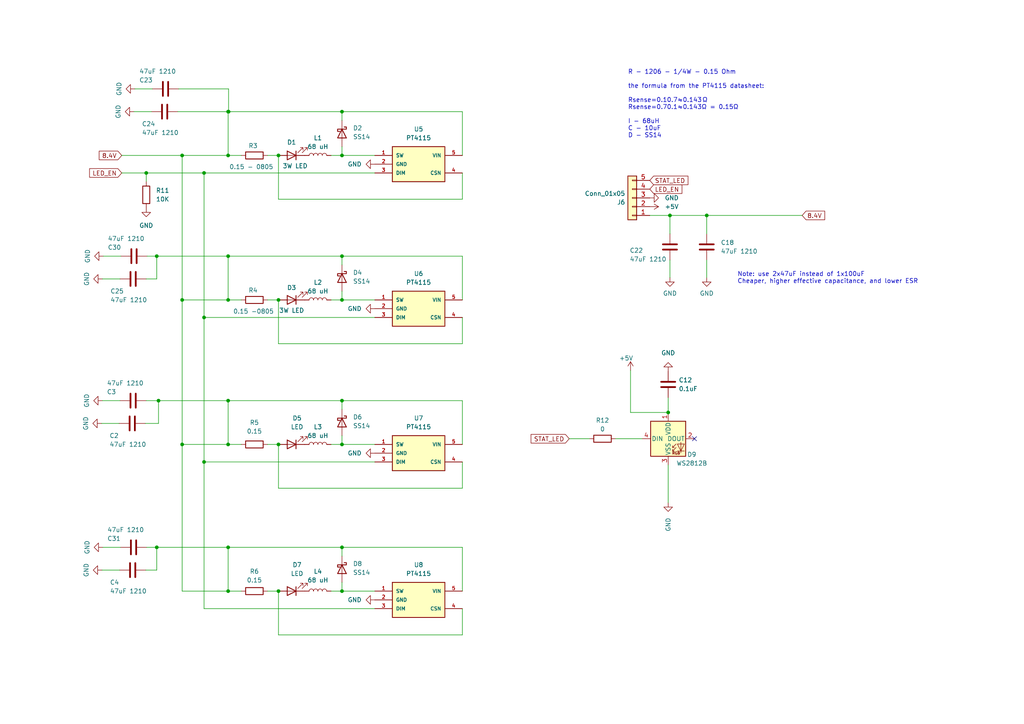
<source format=kicad_sch>
(kicad_sch (version 20230121) (generator eeschema)
  (paper "A4")
  (lib_symbols
    (symbol "+5V_1" (power) (pin_names (offset 0))
      (property "Value" "+5V_1" (at 0 3.556 0))
      (symbol "+5V_1_0_1"
        (polyline (pts (xy -0.762 1.27) (xy 0 2.54)))
        (polyline (pts (xy 0 0) (xy 0 2.54)))
        (polyline (pts (xy 0 2.54) (xy 0.762 1.27)))
      )
      (symbol "+5V_1_1_1"
        (pin power_in line (at 0 0 90) (length 0) hide (name "+5V") (number "1"))
      )
    )
    (symbol "Connector_Generic:Conn_01x05" (pin_names (offset 1.016) hide)
      (property "Reference" "J" (at 0 7.62 0))
      (property "Value" "Conn_01x05" (at 0 -7.62 0))
      (symbol "Conn_01x05_1_1"
        (rectangle (start -1.27 -4.953) (end 0 -5.207) (stroke (width 0.1524)))
        (rectangle (start -1.27 -2.413) (end 0 -2.667) (stroke (width 0.1524)))
        (rectangle (start -1.27 0.127) (end 0 -0.127) (stroke (width 0.1524)))
        (rectangle (start -1.27 2.667) (end 0 2.413) (stroke (width 0.1524)))
        (rectangle (start -1.27 5.207) (end 0 4.953) (stroke (width 0.1524)))
        (rectangle (start -1.27 6.35) (end 1.27 -6.35) (stroke (width 0.254)) (fill (type background)))
        (pin passive line (at -5.08 5.08 0) (length 3.81) (name "Pin_1") (number "1"))
        (pin passive line (at -5.08 2.54 0) (length 3.81) (name "Pin_2") (number "2"))
        (pin passive line (at -5.08 0 0) (length 3.81) (name "Pin_3") (number "3"))
        (pin passive line (at -5.08 -2.54 0) (length 3.81) (name "Pin_4") (number "4"))
        (pin passive line (at -5.08 -5.08 0) (length 3.81) (name "Pin_5") (number "5"))
      )
    )
    (symbol "Device:C" (pin_numbers hide) (pin_names (offset 0.254))
      (property "Reference" "C" (at 0.635 2.54 0))
      (property "Value" "C" (at 0.635 -2.54 0))
      (symbol "C_0_1"
        (polyline (pts (xy -2.032 -0.762) (xy 2.032 -0.762)) (stroke (width 0.508)))
        (polyline (pts (xy -2.032 0.762) (xy 2.032 0.762)) (stroke (width 0.508)))
      )
      (symbol "C_1_1"
        (pin passive line (at 0 3.81 270) (length 2.794) (name "~") (number "1"))
        (pin passive line (at 0 -3.81 90) (length 2.794) (name "~") (number "2"))
      )
    )
    (symbol "Device:D_Schottky" (pin_numbers hide) (pin_names (offset 1.016) hide)
      (property "Reference" "D" (at 0 2.54 0))
      (property "Value" "D_Schottky" (at 0 -2.54 0))
      (symbol "D_Schottky_0_1"
        (polyline (pts (xy 1.27 0) (xy -1.27 0)))
        (polyline (pts (xy 1.27 1.27) (xy 1.27 -1.27) (xy -1.27 0) (xy 1.27 1.27)) (stroke (width 0.254)))
        (polyline (pts (xy -1.905 0.635) (xy -1.905 1.27) (xy -1.27 1.27) (xy -1.27 -1.27) (xy -0.635 -1.27) (xy -0.635 -0.635)) (stroke (width 0.254)))
      )
      (symbol "D_Schottky_1_1"
        (pin passive line (at -3.81 0 0) (length 2.54) (name "K") (number "1"))
        (pin passive line (at 3.81 0 180) (length 2.54) (name "A") (number "2"))
      )
    )
    (symbol "Device:L" (pin_numbers hide) (pin_names (offset 1.016) hide)
      (property "Reference" "L" (at -1.27 0 90))
      (property "Value" "L" (at 1.905 0 90))
      (symbol "L_0_1"
        (arc (start 0 -2.54) (mid 0.6323 -1.905) (end 0 -1.27))
        (arc (start 0 -1.27) (mid 0.6323 -0.635) (end 0 0))
        (arc (start 0 0) (mid 0.6323 0.635) (end 0 1.27))
        (arc (start 0 1.27) (mid 0.6323 1.905) (end 0 2.54))
      )
      (symbol "L_1_1"
        (pin passive line (at 0 3.81 270) (length 1.27) (name "1") (number "1"))
        (pin passive line (at 0 -3.81 90) (length 1.27) (name "2") (number "2"))
      )
    )
    (symbol "Device:LED" (pin_numbers hide) (pin_names (offset 1.016) hide)
      (property "Reference" "D" (at 0 2.54 0))
      (property "Value" "LED" (at 0 -2.54 0))
      (symbol "LED_0_1"
        (polyline (pts (xy -1.27 -1.27) (xy -1.27 1.27)) (stroke (width 0.254)))
        (polyline (pts (xy -1.27 0) (xy 1.27 0)))
        (polyline (pts (xy 1.27 -1.27) (xy 1.27 1.27) (xy -1.27 0) (xy 1.27 -1.27)) (stroke (width 0.254)))
        (polyline (pts (xy -3.048 -0.762) (xy -4.572 -2.286) (xy -3.81 -2.286) (xy -4.572 -2.286) (xy -4.572 -1.524)))
        (polyline (pts (xy -1.778 -0.762) (xy -3.302 -2.286) (xy -2.54 -2.286) (xy -3.302 -2.286) (xy -3.302 -1.524)))
      )
      (symbol "LED_1_1"
        (pin passive line (at -3.81 0 0) (length 2.54) (name "K") (number "1"))
        (pin passive line (at 3.81 0 180) (length 2.54) (name "A") (number "2"))
      )
    )
    (symbol "Device:R" (pin_numbers hide) (pin_names (offset 0))
      (property "Reference" "R" (at 2.032 0 90))
      (property "Value" "R" (at 0 0 90))
      (symbol "R_0_1"
        (rectangle (start -1.016 -2.54) (end 1.016 2.54) (stroke (width 0.254)))
      )
      (symbol "R_1_1"
        (pin passive line (at 0 3.81 270) (length 1.27) (name "~") (number "1"))
        (pin passive line (at 0 -3.81 90) (length 1.27) (name "~") (number "2"))
      )
    )
    (symbol "LED:WS2812B" (pin_names (offset 0.254))
      (property "Reference" "D" (at 5.08 5.715 0))
      (property "Value" "WS2812B" (at 1.27 -5.715 0))
      (symbol "WS2812B_0_0"
        (text "RGB" (at 2.286 -4.191 0) (effects (font (size 0.762 0.762))))
      )
      (symbol "WS2812B_0_1"
        (polyline (pts (xy 1.27 -3.556) (xy 1.778 -3.556)))
        (polyline (pts (xy 1.27 -2.54) (xy 1.778 -2.54)))
        (polyline (pts (xy 4.699 -3.556) (xy 2.667 -3.556)))
        (polyline (pts (xy 2.286 -2.54) (xy 1.27 -3.556) (xy 1.27 -3.048)))
        (polyline (pts (xy 2.286 -1.524) (xy 1.27 -2.54) (xy 1.27 -2.032)))
        (polyline (pts (xy 3.683 -1.016) (xy 3.683 -3.556) (xy 3.683 -4.064)))
        (polyline (pts (xy 4.699 -1.524) (xy 2.667 -1.524) (xy 3.683 -3.556) (xy 4.699 -1.524)))
        (rectangle (start 5.08 5.08) (end -5.08 -5.08) (stroke (width 0.254)) (fill (type background)))
      )
      (symbol "WS2812B_1_1"
        (pin power_in line (at 0 7.62 270) (length 2.54) (name "VDD") (number "1"))
        (pin output line (at 7.62 0 180) (length 2.54) (name "DOUT") (number "2"))
        (pin power_in line (at 0 -7.62 90) (length 2.54) (name "VSS") (number "3"))
        (pin input line (at -7.62 0 0) (length 2.54) (name "DIN") (number "4"))
      )
    )
    (symbol "PT4115:PT4115" (pin_names (offset 1.016))
      (property "Reference" "U" (at 0 0 0))
      (property "Value" "PT4115" (at 0 0 0))
      (symbol "PT4115_0_0"
        (rectangle (start -7.62 -5.08) (end 7.62 5.08) (stroke (width 0.254)) (fill (type background)))
        (pin bidirectional line (at -12.7 2.54 0) (length 5.08) (name "SW") (number "1"))
        (pin bidirectional line (at -12.7 0 0) (length 5.08) (name "GND") (number "2"))
        (pin bidirectional line (at -12.7 -2.54 0) (length 5.08) (name "DIM") (number "3"))
        (pin bidirectional line (at 12.7 -2.54 180) (length 5.08) (name "CSN") (number "4"))
        (pin bidirectional line (at 12.7 2.54 180) (length 5.08) (name "VIN") (number "5"))
      )
    )
    (symbol "power:+5V" (power) (pin_names (offset 0))
      (property "Value" "+5V" (at 0 3.556 0))
      (symbol "+5V_0_1"
        (polyline (pts (xy -0.762 1.27) (xy 0 2.54)))
        (polyline (pts (xy 0 0) (xy 0 2.54)))
        (polyline (pts (xy 0 2.54) (xy 0.762 1.27)))
      )
      (symbol "+5V_1_1"
        (pin power_in line (at 0 0 90) (length 0) hide (name "+5V") (number "1"))
      )
    )
    (symbol "power:GND" (power) (pin_names (offset 0))
      (property "Value" "GND" (at 0 -3.81 0))
      (symbol "GND_0_1"
        (polyline (pts (xy 0 0) (xy 0 -1.27) (xy 1.27 -1.27) (xy 0 -2.54) (xy -1.27 -1.27) (xy 0 -1.27)))
      )
      (symbol "GND_1_1"
        (pin power_in line (at 0 0 270) (length 0) hide (name "GND") (number "1"))
      )
    )
  )
  (junction (at 80.772 45.085))
  (junction (at 80.772 128.905))
  (junction (at 193.802 119.634))
  (junction (at 66.167 45.085))
  (junction (at 66.167 86.995))
  (junction (at 99.187 128.905))
  (junction (at 99.187 45.085))
  (junction (at 66.167 171.45))
  (junction (at 45.466 158.75))
  (junction (at 66.167 116.205))
  (junction (at 80.772 86.995))
  (junction (at 59.182 133.985))
  (junction (at 66.294 32.385))
  (junction (at 99.187 158.75))
  (junction (at 99.187 116.205))
  (junction (at 194.31 62.484))
  (junction (at 59.182 92.075))
  (junction (at 45.466 74.295))
  (junction (at 99.187 86.995))
  (junction (at 59.182 50.165))
  (junction (at 204.978 62.484))
  (junction (at 45.974 116.205))
  (junction (at 99.187 32.385))
  (junction (at 42.418 50.165))
  (junction (at 99.187 74.295))
  (junction (at 66.167 32.385))
  (junction (at 52.832 45.085))
  (junction (at 52.832 86.995))
  (junction (at 66.167 158.75))
  (junction (at 99.187 171.45))
  (junction (at 80.772 171.45))
  (junction (at 66.167 74.295))
  (junction (at 66.167 128.905))
  (junction (at 52.832 128.905))
  (no_connect (at 201.422 127.254))
  (wire (pts (xy 188.468 62.484) (xy 194.31 62.484)))
  (wire (pts (xy 66.167 32.385) (xy 66.294 32.385)))
  (wire (pts (xy 29.718 80.899) (xy 34.798 80.899)))
  (wire (pts (xy 165.1 127.254) (xy 170.942 127.254)))
  (wire (pts (xy 35.306 45.085) (xy 52.832 45.085)))
  (wire (pts (xy 77.597 86.995) (xy 80.772 86.995)))
  (wire (pts (xy 108.712 176.53) (xy 59.182 176.53)))
  (wire (pts (xy 134.112 74.295) (xy 134.112 86.995)))
  (wire (pts (xy 80.772 99.695) (xy 134.112 99.695)))
  (wire (pts (xy 45.974 122.809) (xy 45.974 116.205)))
  (wire (pts (xy 99.187 171.45) (xy 108.712 171.45)))
  (wire (pts (xy 59.182 176.53) (xy 59.182 133.985)))
  (wire (pts (xy 96.012 86.995) (xy 99.187 86.995)))
  (wire (pts (xy 66.167 74.295) (xy 99.187 74.295)))
  (wire (pts (xy 52.832 171.45) (xy 66.167 171.45)))
  (wire (pts (xy 42.418 116.205) (xy 45.974 116.205)))
  (wire (pts (xy 66.294 25.781) (xy 66.294 32.385)))
  (wire (pts (xy 29.464 122.809) (xy 34.544 122.809)))
  (wire (pts (xy 77.597 171.45) (xy 80.772 171.45)))
  (wire (pts (xy 80.772 86.995) (xy 80.772 99.695)))
  (wire (pts (xy 80.772 184.15) (xy 134.112 184.15)))
  (wire (pts (xy 45.466 80.899) (xy 45.466 74.295)))
  (wire (pts (xy 66.167 158.75) (xy 99.187 158.75)))
  (wire (pts (xy 42.418 50.165) (xy 59.182 50.165)))
  (wire (pts (xy 80.772 171.45) (xy 80.772 184.15)))
  (wire (pts (xy 42.418 80.899) (xy 45.466 80.899)))
  (wire (pts (xy 45.974 116.205) (xy 66.167 116.205)))
  (wire (pts (xy 99.187 168.91) (xy 99.187 171.45)))
  (wire (pts (xy 134.112 99.695) (xy 134.112 92.075)))
  (wire (pts (xy 99.187 128.905) (xy 108.712 128.905)))
  (wire (pts (xy 52.832 86.995) (xy 52.832 128.905)))
  (wire (pts (xy 52.832 128.905) (xy 66.167 128.905)))
  (wire (pts (xy 29.972 74.295) (xy 35.052 74.295)))
  (wire (pts (xy 42.545 158.75) (xy 45.466 158.75)))
  (wire (pts (xy 51.562 32.385) (xy 66.167 32.385)))
  (wire (pts (xy 96.012 128.905) (xy 99.187 128.905)))
  (wire (pts (xy 99.187 32.385) (xy 99.187 34.925)))
  (wire (pts (xy 77.597 45.085) (xy 80.772 45.085)))
  (wire (pts (xy 29.591 165.354) (xy 34.671 165.354)))
  (wire (pts (xy 182.88 119.634) (xy 193.802 119.634)))
  (wire (pts (xy 99.187 158.75) (xy 99.187 161.29)))
  (wire (pts (xy 194.31 80.518) (xy 194.31 75.438)))
  (wire (pts (xy 134.112 184.15) (xy 134.112 176.53)))
  (wire (pts (xy 99.187 42.545) (xy 99.187 45.085)))
  (wire (pts (xy 66.167 158.75) (xy 66.167 171.45)))
  (wire (pts (xy 59.182 92.075) (xy 59.182 133.985)))
  (wire (pts (xy 66.167 45.085) (xy 69.977 45.085)))
  (wire (pts (xy 29.845 158.75) (xy 34.925 158.75)))
  (wire (pts (xy 204.978 62.484) (xy 232.664 62.484)))
  (wire (pts (xy 42.418 52.705) (xy 42.418 50.165)))
  (wire (pts (xy 42.672 74.295) (xy 45.466 74.295)))
  (wire (pts (xy 108.712 92.075) (xy 59.182 92.075)))
  (wire (pts (xy 99.187 126.365) (xy 99.187 128.905)))
  (wire (pts (xy 52.832 128.905) (xy 52.832 171.45)))
  (wire (pts (xy 66.167 32.385) (xy 66.167 45.085)))
  (wire (pts (xy 45.466 74.295) (xy 66.167 74.295)))
  (wire (pts (xy 99.187 32.385) (xy 134.112 32.385)))
  (wire (pts (xy 134.112 32.385) (xy 134.112 45.085)))
  (wire (pts (xy 134.112 141.605) (xy 134.112 133.985)))
  (wire (pts (xy 193.802 134.874) (xy 193.802 145.796)))
  (wire (pts (xy 134.112 158.75) (xy 134.112 171.45)))
  (wire (pts (xy 39.116 25.781) (xy 44.196 25.781)))
  (wire (pts (xy 59.182 50.165) (xy 108.712 50.165)))
  (wire (pts (xy 66.167 86.995) (xy 52.832 86.995)))
  (wire (pts (xy 193.802 115.316) (xy 193.802 119.634)))
  (wire (pts (xy 96.012 171.45) (xy 99.187 171.45)))
  (wire (pts (xy 178.562 127.254) (xy 186.182 127.254)))
  (wire (pts (xy 77.597 128.905) (xy 80.772 128.905)))
  (wire (pts (xy 204.978 80.518) (xy 204.978 75.438)))
  (wire (pts (xy 99.187 116.205) (xy 99.187 118.745)))
  (wire (pts (xy 45.466 165.354) (xy 45.466 158.75)))
  (wire (pts (xy 66.167 86.995) (xy 69.977 86.995)))
  (wire (pts (xy 80.772 141.605) (xy 134.112 141.605)))
  (wire (pts (xy 66.167 116.205) (xy 66.167 128.905)))
  (wire (pts (xy 35.306 50.165) (xy 42.418 50.165)))
  (wire (pts (xy 42.291 165.354) (xy 45.466 165.354)))
  (wire (pts (xy 52.832 86.995) (xy 52.832 45.085)))
  (wire (pts (xy 134.112 116.205) (xy 134.112 128.905)))
  (wire (pts (xy 29.718 116.205) (xy 34.798 116.205)))
  (wire (pts (xy 96.012 45.085) (xy 99.187 45.085)))
  (wire (pts (xy 66.167 116.205) (xy 99.187 116.205)))
  (wire (pts (xy 38.862 32.385) (xy 43.942 32.385)))
  (wire (pts (xy 204.978 62.484) (xy 204.978 67.818)))
  (wire (pts (xy 99.187 84.455) (xy 99.187 86.995)))
  (wire (pts (xy 99.187 116.205) (xy 134.112 116.205)))
  (wire (pts (xy 80.772 57.785) (xy 134.112 57.785)))
  (wire (pts (xy 80.772 128.905) (xy 80.772 141.605)))
  (wire (pts (xy 134.112 57.785) (xy 134.112 50.165)))
  (wire (pts (xy 59.182 92.075) (xy 59.182 50.165)))
  (wire (pts (xy 52.832 45.085) (xy 66.167 45.085)))
  (wire (pts (xy 99.187 158.75) (xy 134.112 158.75)))
  (wire (pts (xy 66.167 171.45) (xy 69.977 171.45)))
  (wire (pts (xy 66.167 74.295) (xy 66.167 86.995)))
  (wire (pts (xy 51.816 25.781) (xy 66.294 25.781)))
  (wire (pts (xy 80.772 45.085) (xy 80.772 57.785)))
  (wire (pts (xy 42.164 122.809) (xy 45.974 122.809)))
  (wire (pts (xy 182.88 107.442) (xy 182.88 119.634)))
  (wire (pts (xy 99.187 86.995) (xy 108.712 86.995)))
  (wire (pts (xy 99.187 74.295) (xy 99.187 76.835)))
  (wire (pts (xy 59.182 133.985) (xy 108.712 133.985)))
  (wire (pts (xy 66.294 32.385) (xy 99.187 32.385)))
  (wire (pts (xy 45.466 158.75) (xy 66.167 158.75)))
  (wire (pts (xy 66.167 128.905) (xy 69.977 128.905)))
  (wire (pts (xy 194.31 62.484) (xy 194.31 67.818)))
  (wire (pts (xy 194.31 62.484) (xy 204.978 62.484)))
  (wire (pts (xy 99.187 74.295) (xy 134.112 74.295)))
  (wire (pts (xy 99.187 45.085) (xy 108.712 45.085)))
  (text "R - 1206 - 1/4W - 0.15 Ohm\n\nthe formula from the PT4115 datasheet:\n\nRsense=0.10.7≈0.143 Ω\nRsense​=0.70.1​≈0.143Ω = 0.15Ω\n\nI - 68uH\nC - 10uF\nD - SS14\n" (at 182.118 40.132 0) (effects (font (size 1.27 1.27)) (justify left bottom)))
  (text "Note: use 2x47uF instead of 1x100uF\nCheaper, higher effective capacitance, and lower ESR\n" (at 213.868 82.423 0) (effects (font (size 1.27 1.27)) (justify left bottom)))
  (global_label "8.4V" (shape input) (at 232.664 62.484 0) (property "Intersheetrefs" "${INTERSHEET_REFS}" (effects hide)))
  (global_label "LED_EN" (shape input) (at 188.468 54.864 0) (property "Intersheetrefs" "${INTERSHEET_REFS}" (effects hide)))
  (global_label "8.4V" (shape input) (at 35.306 45.085 180) (property "Intersheetrefs" "${INTERSHEET_REFS}" (effects hide)))
  (global_label "STAT_LED" (shape input) (at 188.468 52.324 0) (property "Intersheetrefs" "${INTERSHEET_REFS}" (effects hide)))
  (global_label "STAT_LED" (shape input) (at 165.1 127.254 180) (property "Intersheetrefs" "${INTERSHEET_REFS}" (effects hide)))
  (global_label "LED_EN" (shape input) (at 35.306 50.165 180) (property "Intersheetrefs" "${INTERSHEET_REFS}" (effects hide)))
  (symbol (lib_id "Device:L") (at 92.202 86.995 90) (unit 1)
    (property "Reference" "L2" (at 92.202 81.915 90))
    (property "Value" "68 uH" (at 92.202 84.455 90))
    (property "Footprint" "Inductor - DR74 68uH:DR74" (effects hide))
  )
  (symbol (lib_id "Device:C") (at 38.481 165.354 270) (unit 1)
    (property "Reference" "C4" (at 31.877 168.91 90) (effects (justify left)))
    (property "Value" "47uF 1210" (at 31.877 171.45 90) (effects (justify left)))
    (property "Footprint" "Resistor_SMD:R_1210_3225Metric_Pad1.30x2.65mm_HandSolder" (effects hide))
  )
  (symbol (lib_id "Device:C") (at 38.608 116.205 270) (unit 1)
    (property "Reference" "C3" (at 30.988 113.665 90) (effects (justify left)))
    (property "Value" "47uF 1210" (at 30.988 111.125 90) (effects (justify left)))
    (property "Footprint" "Resistor_SMD:R_1210_3225Metric_Pad1.30x2.65mm_HandSolder" (effects hide))
  )
  (symbol (lib_id "power:GND") (at 29.464 122.809 270) (unit 1)
    (property "Reference" "#PWR09" (effects hide))
    (property "Value" "GND" (at 24.892 122.809 0))
  )
  (symbol (lib_id "power:GND") (at 193.802 107.696 180) (unit 1)
    (property "Reference" "#PWR032" (effects hide))
    (property "Value" "GND" (at 193.802 102.362 0))
  )
  (symbol (lib_id "Device:D_Schottky") (at 99.187 122.555 270) (unit 1)
    (property "Reference" "D6" (at 102.362 120.9675 90) (effects (justify left)))
    (property "Value" "SS14" (at 102.362 123.5075 90) (effects (justify left)))
    (property "Footprint" "Diode_SMD:D_SMA-SMB_Universal_Handsoldering" (effects hide))
  )
  (symbol (lib_id "power:GND") (at 39.116 25.781 270) (unit 1)
    (property "Reference" "#PWR035" (effects hide))
    (property "Value" "GND" (at 34.544 25.781 0))
  )
  (symbol (lib_id "power:GND") (at 108.712 47.625 270) (unit 1)
    (property "Reference" "#PWR08" (effects hide))
    (property "Value" "GND" (at 104.902 47.625 90) (effects (justify right)))
  )
  (symbol (lib_id "power:GND") (at 29.972 74.295 270) (unit 1)
    (property "Reference" "#PWR068" (effects hide))
    (property "Value" "GND" (at 25.4 74.295 0))
  )
  (symbol (lib_id "Device:D_Schottky") (at 99.187 38.735 270) (unit 1)
    (property "Reference" "D2" (at 102.362 37.1475 90) (effects (justify left)))
    (property "Value" "SS14" (at 102.362 39.6875 90) (effects (justify left)))
    (property "Footprint" "Diode_SMD:D_SMA-SMB_Universal_Handsoldering" (effects hide))
  )
  (symbol (lib_id "power:GND") (at 29.718 80.899 270) (unit 1)
    (property "Reference" "#PWR058" (effects hide))
    (property "Value" "GND" (at 25.146 80.899 0))
  )
  (symbol (lib_id "Device:LED") (at 84.582 128.905 180) (unit 1)
    (property "Reference" "D5" (at 86.1695 121.285 0))
    (property "Value" "LED" (at 86.1695 123.825 0))
    (property "Footprint" "LEDs:BEAD-3W-W-120-04" (effects hide))
  )
  (symbol (lib_id "PT4115:PT4115") (at 121.412 47.625 0) (unit 1)
    (property "Reference" "U5" (at 121.412 37.465 0))
    (property "Value" "PT4115" (at 121.412 40.005 0))
    (property "Footprint" "PT4115:SOT-89-5" (effects hide))
    (property "MF" "Pulse" (effects hide))
    (property "Description" "\n                        \n                            \n                        \n" (effects hide))
    (property "Package" "None" (effects hide))
    (property "Price" "None" (effects hide))
    (property "SnapEDA_Link" "https://www.snapeda.com/parts/PT4115/Pulse/view-part/?ref=snap" (effects hide))
    (property "MP" "PT4115" (effects hide))
    (property "Availability" "Not in stock" (effects hide))
    (property "Check_prices" "https://www.snapeda.com/parts/PT4115/Pulse/view-part/?ref=eda" (effects hide))
  )
  (symbol (lib_id "Device:LED") (at 84.582 171.45 180) (unit 1)
    (property "Reference" "D7" (at 86.1695 163.83 0))
    (property "Value" "LED" (at 86.1695 166.37 0))
    (property "Footprint" "LEDs:BEAD-3W-W-120-04" (effects hide))
  )
  (symbol (lib_id "power:GND") (at 108.712 131.445 270) (unit 1)
    (property "Reference" "#PWR013" (effects hide))
    (property "Value" "GND" (at 104.902 131.445 90) (effects (justify right)))
  )
  (symbol (lib_id "Device:C") (at 194.31 71.628 0) (unit 1)
    (property "Reference" "C22" (at 182.626 72.644 0) (effects (justify left)))
    (property "Value" "47uF 1210" (at 182.626 75.184 0) (effects (justify left)))
    (property "Footprint" "Resistor_SMD:R_1210_3225Metric_Pad1.30x2.65mm_HandSolder" (effects hide))
  )
  (symbol (lib_id "Device:R") (at 174.752 127.254 90) (unit 1)
    (property "Reference" "R12" (at 174.752 121.92 90))
    (property "Value" "0" (at 174.752 124.46 90))
    (property "Footprint" "Resistor_SMD:R_0603_1608Metric_Pad0.98x0.95mm_HandSolder" (effects hide))
  )
  (symbol (lib_id "Device:R") (at 42.418 56.515 0) (unit 1)
    (property "Reference" "R11" (at 45.212 55.245 0) (effects (justify left)))
    (property "Value" "10K" (at 45.212 57.785 0) (effects (justify left)))
    (property "Footprint" "Resistor_SMD:R_0603_1608Metric_Pad0.98x0.95mm_HandSolder" (effects hide))
  )
  (symbol (lib_id "Device:C") (at 38.735 158.75 270) (unit 1)
    (property "Reference" "C31" (at 31.115 156.21 90) (effects (justify left)))
    (property "Value" "47uF 1210" (at 31.115 153.67 90) (effects (justify left)))
    (property "Footprint" "Resistor_SMD:R_1210_3225Metric_Pad1.30x2.65mm_HandSolder" (effects hide))
  )
  (symbol (lib_id "Device:C") (at 38.608 80.899 270) (unit 1)
    (property "Reference" "C25" (at 32.004 84.455 90) (effects (justify left)))
    (property "Value" "47uF 1210" (at 32.004 86.995 90) (effects (justify left)))
    (property "Footprint" "Resistor_SMD:R_1210_3225Metric_Pad1.30x2.65mm_HandSolder" (effects hide))
  )
  (symbol (lib_id "Device:C") (at 38.354 122.809 270) (unit 1)
    (property "Reference" "C2" (at 31.75 126.365 90) (effects (justify left)))
    (property "Value" "47uF 1210" (at 31.75 128.905 90) (effects (justify left)))
    (property "Footprint" "Resistor_SMD:R_1210_3225Metric_Pad1.30x2.65mm_HandSolder" (effects hide))
  )
  (symbol (lib_id "Device:LED") (at 84.582 86.995 180) (unit 1)
    (property "Reference" "D3" (at 84.582 83.439 0))
    (property "Value" "3W LED" (at 84.582 90.043 0))
    (property "Footprint" "LEDs:BEAD-3W-W-120-04" (effects hide))
  )
  (symbol (lib_id "power:GND") (at 108.712 173.99 270) (unit 1)
    (property "Reference" "#PWR015" (effects hide))
    (property "Value" "GND" (at 104.902 173.99 90) (effects (justify right)))
  )
  (symbol (lib_id "Device:L") (at 92.202 171.45 90) (unit 1)
    (property "Reference" "L4" (at 92.202 165.735 90))
    (property "Value" "68 uH" (at 92.202 168.275 90))
    (property "Footprint" "Inductor - DR74 68uH:DR74" (effects hide))
  )
  (symbol (lib_id "Device:R") (at 73.787 171.45 90) (unit 1)
    (property "Reference" "R6" (at 73.787 165.735 90))
    (property "Value" "0.15" (at 73.787 168.275 90))
    (property "Footprint" "Resistor_SMD:R_0805_2012Metric_Pad1.20x1.40mm_HandSolder" (effects hide))
  )
  (symbol (lib_id "power:GND") (at 29.591 165.354 270) (unit 1)
    (property "Reference" "#PWR012" (effects hide))
    (property "Value" "GND" (at 25.019 165.354 0))
  )
  (symbol (lib_id "Device:C") (at 204.978 71.628 0) (unit 1)
    (property "Reference" "C18" (at 209.042 70.358 0) (effects (justify left)))
    (property "Value" "47uF 1210" (at 209.042 72.898 0) (effects (justify left)))
    (property "Footprint" "Resistor_SMD:R_1210_3225Metric_Pad1.30x2.65mm_HandSolder" (effects hide))
  )
  (symbol (lib_id "PT4115:PT4115") (at 121.412 89.535 0) (unit 1)
    (property "Reference" "U6" (at 121.412 79.375 0))
    (property "Value" "PT4115" (at 121.412 81.915 0))
    (property "Footprint" "PT4115:SOT-89-5" (effects hide))
    (property "MF" "Pulse" (effects hide))
    (property "Description" "\n                        \n                            \n                        \n" (effects hide))
    (property "Package" "None" (effects hide))
    (property "Price" "None" (effects hide))
    (property "SnapEDA_Link" "https://www.snapeda.com/parts/PT4115/Pulse/view-part/?ref=snap" (effects hide))
    (property "MP" "PT4115" (effects hide))
    (property "Availability" "Not in stock" (effects hide))
    (property "Check_prices" "https://www.snapeda.com/parts/PT4115/Pulse/view-part/?ref=eda" (effects hide))
  )
  (symbol (lib_id "power:GND") (at 204.978 80.518 0) (unit 1)
    (property "Reference" "#PWR033" (effects hide))
    (property "Value" "GND" (at 204.978 85.09 0))
  )
  (symbol (lib_id "power:GND") (at 38.862 32.385 270) (unit 1)
    (property "Reference" "#PWR036" (effects hide))
    (property "Value" "GND" (at 34.29 32.385 0))
  )
  (symbol (lib_id "power:GND") (at 188.468 57.404 90) (unit 1)
    (property "Reference" "#PWR067" (effects hide))
    (property "Value" "GND" (at 192.786 57.404 90) (effects (justify right)))
  )
  (symbol (lib_id "power:GND") (at 42.418 60.325 0) (unit 1)
    (property "Reference" "#PWR026" (effects hide))
    (property "Value" "GND" (at 42.418 65.405 0))
  )
  (symbol (lib_id "power:GND") (at 29.718 116.205 270) (unit 1)
    (property "Reference" "#PWR010" (effects hide))
    (property "Value" "GND" (at 25.146 116.205 0))
  )
  (symbol (lib_id "Device:C") (at 47.752 32.385 270) (unit 1)
    (property "Reference" "C24" (at 41.148 35.941 90) (effects (justify left)))
    (property "Value" "47uF 1210" (at 41.148 38.481 90) (effects (justify left)))
    (property "Footprint" "Resistor_SMD:R_1210_3225Metric_Pad1.30x2.65mm_HandSolder" (effects hide))
  )
  (symbol (lib_id "Device:C") (at 38.862 74.295 270) (unit 1)
    (property "Reference" "C30" (at 31.242 71.755 90) (effects (justify left)))
    (property "Value" "47uF 1210" (at 31.242 69.215 90) (effects (justify left)))
    (property "Footprint" "Resistor_SMD:R_1210_3225Metric_Pad1.30x2.65mm_HandSolder" (effects hide))
  )
  (symbol (lib_id "Device:R") (at 73.787 128.905 90) (unit 1)
    (property "Reference" "R5" (at 73.787 122.555 90))
    (property "Value" "0.15" (at 73.787 125.095 90))
    (property "Footprint" "Resistor_SMD:R_0805_2012Metric_Pad1.20x1.40mm_HandSolder" (effects hide))
  )
  (symbol (lib_id "Device:L") (at 92.202 128.905 90) (unit 1)
    (property "Reference" "L3" (at 92.202 123.825 90))
    (property "Value" "68 uH" (at 92.202 126.365 90))
    (property "Footprint" "Inductor - DR74 68uH:DR74" (effects hide))
  )
  (symbol (lib_id "LED:WS2812B") (at 193.802 127.254 0) (unit 1)
    (property "Reference" "D9" (at 200.66 131.826 0))
    (property "Value" "WS2812B" (at 200.66 134.366 0))
    (property "Footprint" "LED_SMD:LED_WS2812B_PLCC4_5.0x5.0mm_P3.2mm" (effects hide))
    (property "Datasheet" "https://cdn-shop.adafruit.com/datasheets/WS2812B.pdf" (effects hide))
  )
  (symbol (lib_id "power:GND") (at 193.802 145.796 0) (unit 1)
    (property "Reference" "#PWR016" (effects hide))
    (property "Value" "GND" (at 193.802 150.114 90) (effects (justify right)))
  )
  (symbol (lib_id "power:GND") (at 108.712 89.535 270) (unit 1)
    (property "Reference" "#PWR011" (effects hide))
    (property "Value" "GND" (at 104.902 89.535 90) (effects (justify right)))
  )
  (symbol (lib_name "+5V_1") (lib_id "power:+5V") (at 188.468 59.944 270) (unit 1)
    (property "Reference" "#PWR065" (effects hide))
    (property "Value" "+5V" (at 192.786 59.944 90) (effects (justify left)))
  )
  (symbol (lib_id "PT4115:PT4115") (at 121.412 131.445 0) (unit 1)
    (property "Reference" "U7" (at 121.412 121.285 0))
    (property "Value" "PT4115" (at 121.412 123.825 0))
    (property "Footprint" "PT4115:SOT-89-5" (effects hide))
    (property "MF" "Pulse" (effects hide))
    (property "Description" "\n                        \n                            \n                        \n" (effects hide))
    (property "Package" "None" (effects hide))
    (property "Price" "None" (effects hide))
    (property "SnapEDA_Link" "https://www.snapeda.com/parts/PT4115/Pulse/view-part/?ref=snap" (effects hide))
    (property "MP" "PT4115" (effects hide))
    (property "Availability" "Not in stock" (effects hide))
    (property "Check_prices" "https://www.snapeda.com/parts/PT4115/Pulse/view-part/?ref=eda" (effects hide))
  )
  (symbol (lib_id "power:+5V") (at 182.88 107.442 0) (unit 1)
    (property "Reference" "#PWR020" (effects hide))
    (property "Value" "+5V" (at 181.61 103.886 0))
  )
  (symbol (lib_id "Device:D_Schottky") (at 99.187 165.1 270) (unit 1)
    (property "Reference" "D8" (at 102.362 163.5125 90) (effects (justify left)))
    (property "Value" "SS14" (at 102.362 166.0525 90) (effects (justify left)))
    (property "Footprint" "Diode_SMD:D_SMA-SMB_Universal_Handsoldering" (effects hide))
  )
  (symbol (lib_id "power:GND") (at 29.845 158.75 270) (unit 1)
    (property "Reference" "#PWR069" (effects hide))
    (property "Value" "GND" (at 25.273 158.75 0))
  )
  (symbol (lib_id "Device:R") (at 73.787 86.995 90) (unit 1)
    (property "Reference" "R4" (at 73.406 84.201 90))
    (property "Value" "0.15 -0805" (at 73.533 90.297 90))
    (property "Footprint" "Resistor_SMD:R_0805_2012Metric_Pad1.20x1.40mm_HandSolder" (effects hide))
  )
  (symbol (lib_id "Device:L") (at 92.202 45.085 90) (unit 1)
    (property "Reference" "L1" (at 92.202 40.005 90))
    (property "Value" "68 uH" (at 92.202 42.545 90))
    (property "Footprint" "Inductor - DR74 68uH:DR74" (effects hide))
  )
  (symbol (lib_id "Device:C") (at 193.802 111.506 0) (unit 1)
    (property "Reference" "C12" (at 196.85 110.236 0) (effects (justify left)))
    (property "Value" "0.1uF" (at 196.85 112.776 0) (effects (justify left)))
    (property "Footprint" "Capacitor_SMD:C_0603_1608Metric_Pad1.08x0.95mm_HandSolder" (effects hide))
  )
  (symbol (lib_id "Device:R") (at 73.787 45.085 90) (unit 1)
    (property "Reference" "R3" (at 73.406 42.291 90))
    (property "Value" "0.15 - 0805" (at 72.898 48.387 90))
    (property "Footprint" "Resistor_SMD:R_0805_2012Metric_Pad1.20x1.40mm_HandSolder" (effects hide))
  )
  (symbol (lib_id "PT4115:PT4115") (at 121.412 173.99 0) (unit 1)
    (property "Reference" "U8" (at 121.412 163.83 0))
    (property "Value" "PT4115" (at 121.412 166.37 0))
    (property "Footprint" "PT4115:SOT-89-5" (effects hide))
    (property "MF" "Pulse" (effects hide))
    (property "Description" "\n                        \n                            \n                        \n" (effects hide))
    (property "Package" "None" (effects hide))
    (property "Price" "None" (effects hide))
    (property "SnapEDA_Link" "https://www.snapeda.com/parts/PT4115/Pulse/view-part/?ref=snap" (effects hide))
    (property "MP" "PT4115" (effects hide))
    (property "Availability" "Not in stock" (effects hide))
    (property "Check_prices" "https://www.snapeda.com/parts/PT4115/Pulse/view-part/?ref=eda" (effects hide))
  )
  (symbol (lib_id "Device:LED") (at 84.582 45.085 180) (unit 1)
    (property "Reference" "D1" (at 84.582 41.275 0))
    (property "Value" "3W LED" (at 85.598 48.133 0))
    (property "Footprint" "LEDs:BEAD-3W-W-120-04" (effects hide))
  )
  (symbol (lib_id "Device:D_Schottky") (at 99.187 80.645 270) (unit 1)
    (property "Reference" "D4" (at 102.362 79.0575 90) (effects (justify left)))
    (property "Value" "SS14" (at 102.362 81.5975 90) (effects (justify left)))
    (property "Footprint" "Diode_SMD:D_SMA-SMB_Universal_Handsoldering" (effects hide))
  )
  (symbol (lib_id "power:GND") (at 194.31 80.518 0) (unit 1)
    (property "Reference" "#PWR034" (effects hide))
    (property "Value" "GND" (at 194.31 85.09 0))
  )
  (symbol (lib_id "Device:C") (at 48.006 25.781 270) (unit 1)
    (property "Reference" "C23" (at 40.386 23.241 90) (effects (justify left)))
    (property "Value" "47uF 1210" (at 40.386 20.701 90) (effects (justify left)))
    (property "Footprint" "Resistor_SMD:R_1210_3225Metric_Pad1.30x2.65mm_HandSolder" (effects hide))
  )
  (symbol (lib_id "Connector_Generic:Conn_01x05") (at 183.388 57.404 180) (unit 1)
    (property "Reference" "J6" (at 181.356 58.674 0) (effects (justify left)))
    (property "Value" "Conn_01x05" (at 181.356 56.134 0) (effects (justify left)))
    (property "Footprint" "Connector_PinSocket_2.54mm:PinSocket_1x05_P2.54mm_Vertical" (effects hide))
  )
)
</source>
